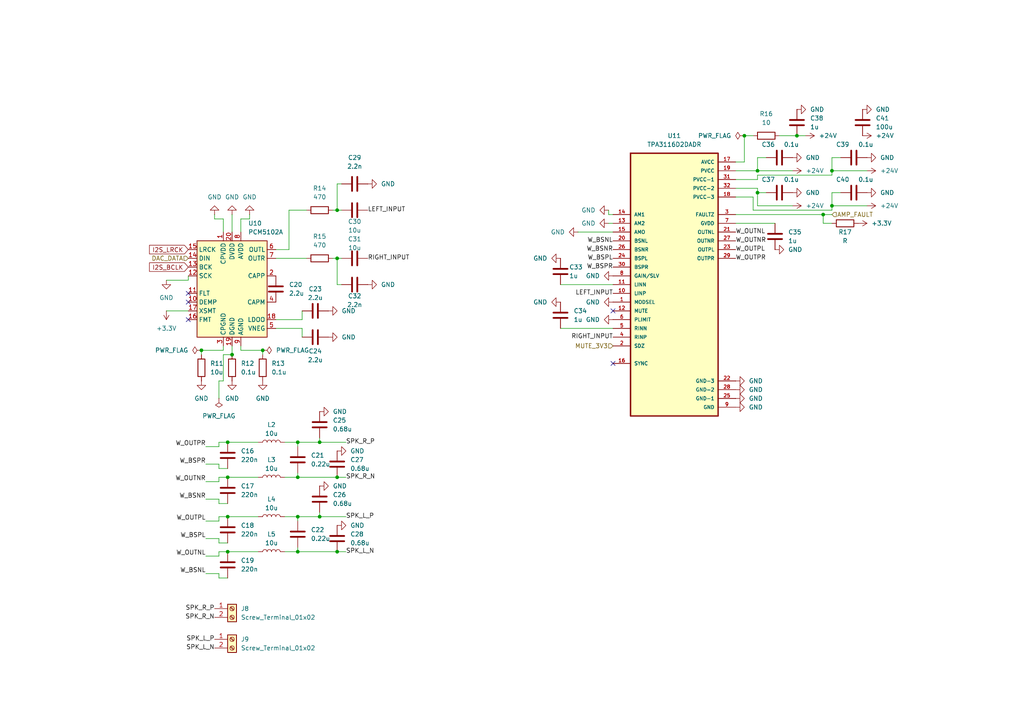
<source format=kicad_sch>
(kicad_sch (version 20250114) (generator "eeschema") (generator_version "9.0")
  (paper "A4")
  (lib_symbols
    (symbol "Audio:PCM5102A"
      (property "Reference" "U" (at -10.16 13.97 0))
      (property "Value" "PCM5102A" (at 3.81 13.97 0))
      (symbol "PCM5102A_1_1"
        (pin input line (at -12.7 10.16 0) (length 2.54) (name "LRCK") (number "15"))
        (pin input line (at -12.7 7.62 0) (length 2.54) (name "DIN") (number "14"))
        (pin input line (at -12.7 5.08 0) (length 2.54) (name "BCK") (number "13"))
        (pin input line (at -12.7 2.54 0) (length 2.54) (name "SCK") (number "12"))
        (pin input line (at -12.7 -2.54 0) (length 2.54) (name "FLT") (number "11"))
        (pin input line (at -12.7 -5.08 0) (length 2.54) (name "DEMP") (number "10"))
        (pin input line (at -12.7 -7.62 0) (length 2.54) (name "XSMT") (number "17"))
        (pin input line (at -12.7 -10.16 0) (length 2.54) (name "FMT") (number "16"))
        (pin passive line (at -2.54 15.24 270) (length 2.54) (name "CPVDD") (number "1"))
        (pin power_in line (at -2.54 -17.78 90) (length 2.54) (name "CPGND") (number "3"))
        (pin power_in line (at 0 15.24 270) (length 2.54) (name "DVDD") (number "20"))
        (pin power_in line (at 0 -17.78 90) (length 2.54) (name "DGND") (number "19"))
        (pin power_in line (at 2.54 15.24 270) (length 2.54) (name "AVDD") (number "8"))
        (pin power_in line (at 2.54 -17.78 90) (length 2.54) (name "AGND") (number "9"))
        (pin output line (at 12.7 10.16 180) (length 2.54) (name "OUTL") (number "6"))
        (pin output line (at 12.7 7.62 180) (length 2.54) (name "OUTR") (number "7"))
        (pin passive line (at 12.7 2.54 180) (length 2.54) (name "CAPP") (number "2"))
        (pin passive line (at 12.7 -5.08 180) (length 2.54) (name "CAPM") (number "4"))
        (pin passive line (at 12.7 -10.16 180) (length 2.54) (name "LDOO") (number "18"))
        (pin passive line (at 12.7 -12.7 180) (length 2.54) (name "VNEG") (number "5"))
      )
    )
    (symbol "Connector:Screw_Terminal_01x02" (pin_names (offset 1.016) (hide yes))
      (property "Reference" "J" (at 0 2.54 0))
      (property "Value" "Screw_Terminal_01x02" (at 0 -5.08 0))
      (symbol "Screw_Terminal_01x02_1_1"
        (pin passive line (at -5.08 0 0) (length 3.81) (name "Pin_1") (number "1"))
        (pin passive line (at -5.08 -2.54 0) (length 3.81) (name "Pin_2") (number "2"))
      )
    )
    (symbol "Device:C" (pin_numbers (hide yes)) (pin_names (offset 0.254))
      (property "Reference" "C" (at 0.635 2.54 0))
      (property "Value" "C" (at 0.635 -2.54 0))
      (symbol "C_1_1"
        (pin passive line (at 0 3.81 270) (length 2.794) (name "~") (number "1"))
        (pin passive line (at 0 -3.81 90) (length 2.794) (name "~") (number "2"))
      )
    )
    (symbol "Device:L" (pin_numbers (hide yes)) (pin_names (offset 1.016) (hide yes))
      (property "Reference" "L" (at -1.27 0 90))
      (property "Value" "L" (at 1.905 0 90))
      (symbol "L_1_1"
        (pin passive line (at 0 3.81 270) (length 1.27) (name "1") (number "1"))
        (pin passive line (at 0 -3.81 90) (length 1.27) (name "2") (number "2"))
      )
    )
    (symbol "Device:R" (pin_numbers (hide yes)) (pin_names (offset 0))
      (property "Reference" "R" (at 2.032 0 90))
      (property "Value" "R" (at 0 0 90))
      (symbol "R_1_1"
        (pin passive line (at 0 3.81 270) (length 1.27) (name "~") (number "1"))
        (pin passive line (at 0 -3.81 90) (length 1.27) (name "~") (number "2"))
      )
    )
    (symbol "TPA3116D2:TPA3116D2DADR" (pin_names (offset 1.016))
      (property "Reference" "U" (at -12.7 39.1 0))
      (property "Value" "TPA3116D2DADR" (at -12.7 -42.1 0))
      (symbol "TPA3116D2DADR_0_0"
        (pin input line (at -17.78 20.32 0) (length 5.08) (name "AM1") (number "14"))
        (pin input line (at -17.78 17.78 0) (length 5.08) (name "AM2") (number "13"))
        (pin input line (at -17.78 15.24 0) (length 5.08) (name "AMO") (number "15"))
        (pin input line (at -17.78 12.7 0) (length 5.08) (name "BSNL") (number "20"))
        (pin input line (at -17.78 10.16 0) (length 5.08) (name "BSNR") (number "26"))
        (pin input line (at -17.78 7.62 0) (length 5.08) (name "BSPL") (number "24"))
        (pin input line (at -17.78 5.08 0) (length 5.08) (name "BSPR") (number "30"))
        (pin input line (at -17.78 2.54 0) (length 5.08) (name "GAIN/SLV") (number "8"))
        (pin input line (at -17.78 0 0) (length 5.08) (name "LINN") (number "11"))
        (pin input line (at -17.78 -2.54 0) (length 5.08) (name "LINP") (number "10"))
        (pin input line (at -17.78 -5.08 0) (length 5.08) (name "MODSEL") (number "1"))
        (pin input line (at -17.78 -7.62 0) (length 5.08) (name "MUTE") (number "12"))
        (pin input line (at -17.78 -10.16 0) (length 5.08) (name "PLIMIT") (number "6"))
        (pin input line (at -17.78 -12.7 0) (length 5.08) (name "RINN") (number "5"))
        (pin input line (at -17.78 -15.24 0) (length 5.08) (name "RINP") (number "4"))
        (pin input line (at -17.78 -17.78 0) (length 5.08) (name "SDZ") (number "2"))
        (pin bidirectional line (at -17.78 -22.86 0) (length 5.08) (name "SYNC") (number "16"))
        (pin power_in line (at 17.78 35.56 180) (length 5.08) (name "AVCC") (number "17"))
        (pin power_in line (at 17.78 33.02 180) (length 5.08) (name "PVCC") (number "19"))
        (pin power_in line (at 17.78 30.48 180) (length 5.08) (name "PVCC-1") (number "31"))
        (pin power_in line (at 17.78 27.94 180) (length 5.08) (name "PVCC-2") (number "32"))
        (pin power_in line (at 17.78 25.4 180) (length 5.08) (name "PVCC-3") (number "18"))
        (pin output line (at 17.78 20.32 180) (length 5.08) (name "FAULTZ") (number "3"))
        (pin output line (at 17.78 17.78 180) (length 5.08) (name "GVDD") (number "7"))
        (pin output line (at 17.78 15.24 180) (length 5.08) (name "OUTNL") (number "21"))
        (pin output line (at 17.78 12.7 180) (length 5.08) (name "OUTNR") (number "27"))
        (pin output line (at 17.78 10.16 180) (length 5.08) (name "OUTPL") (number "23"))
        (pin output line (at 17.78 7.62 180) (length 5.08) (name "OUTPR") (number "29"))
        (pin power_in line (at 17.78 -27.94 180) (length 5.08) (name "GND-3") (number "22"))
        (pin power_in line (at 17.78 -30.48 180) (length 5.08) (name "GND-2") (number "28"))
        (pin power_in line (at 17.78 -33.02 180) (length 5.08) (name "GND-1") (number "25"))
        (pin power_in line (at 17.78 -35.56 180) (length 5.08) (name "GND") (number "9"))
      )
    )
    (symbol "power:+24V" (power) (pin_numbers (hide yes)) (pin_names (offset 0) (hide yes))
      (property "Value" "+24V" (at 0 3.556 0))
      (symbol "+24V_1_1"
        (pin power_in line (at 0 0 90) (length 0) (name "~") (number "1"))
      )
    )
    (symbol "power:+3.3V" (power) (pin_numbers (hide yes)) (pin_names (offset 0) (hide yes))
      (property "Value" "+3.3V" (at 0 3.556 0))
      (symbol "+3.3V_1_1"
        (pin power_in line (at 0 0 90) (length 0) (name "~") (number "1"))
      )
    )
    (symbol "power:GND" (power) (pin_numbers (hide yes)) (pin_names (offset 0) (hide yes))
      (property "Value" "GND" (at 0 -3.81 0))
      (symbol "GND_1_1"
        (pin power_in line (at 0 0 270) (length 0) (name "~") (number "1"))
      )
    )
    (symbol "power:PWR_FLAG" (power) (pin_numbers (hide yes)) (pin_names (offset 0) (hide yes))
      (property "Value" "PWR_FLAG" (at 0 3.81 0))
      (symbol "PWR_FLAG_0_0"
        (pin power_out line (at 0 0 90) (length 0) (name "~") (number "1"))
      )
    )
  )
  (junction (at 219.71 49.53))
  (junction (at 76.2 101.6))
  (junction (at 66.04 160.02))
  (junction (at 66.04 138.43))
  (junction (at 219.71 55.88))
  (junction (at 92.71 149.86))
  (junction (at 97.79 160.02))
  (junction (at 97.79 74.93))
  (junction (at 97.79 138.43))
  (junction (at 238.76 62.23))
  (junction (at 86.36 138.43))
  (junction (at 231.14 39.37))
  (junction (at 97.79 60.96))
  (junction (at 66.04 128.27))
  (junction (at 86.36 149.86))
  (junction (at 241.3 59.69))
  (junction (at 58.42 101.6))
  (junction (at 92.71 128.27))
  (junction (at 215.9 39.37))
  (junction (at 86.36 160.02))
  (junction (at 67.31 102.87))
  (junction (at 86.36 128.27))
  (junction (at 66.04 149.86))
  (junction (at 241.3 49.53))
  (no_connect (at 54.61 85.09))
  (no_connect (at 54.61 87.63))
  (no_connect (at 54.61 92.71))
  (no_connect (at 177.8 90.17))
  (no_connect (at 177.8 105.41))
  (wire (pts (xy 76.2 101.6) (xy 76.2 102.87)))
  (wire (pts (xy 97.79 53.34) (xy 99.06 53.34)))
  (wire (pts (xy 69.85 63.5) (xy 72.39 63.5)))
  (wire (pts (xy 64.77 110.49) (xy 64.77 102.87)))
  (wire (pts (xy 86.36 160.02) (xy 97.79 160.02)))
  (wire (pts (xy 87.63 92.71) (xy 87.63 90.17)))
  (wire (pts (xy 219.71 59.69) (xy 229.87 59.69)))
  (wire (pts (xy 62.23 63.5) (xy 62.23 62.23)))
  (wire (pts (xy 86.36 149.86) (xy 92.71 149.86)))
  (wire (pts (xy 72.39 62.23) (xy 72.39 63.5)))
  (wire (pts (xy 63.5 151.13) (xy 63.5 149.86)))
  (wire (pts (xy 59.69 129.54) (xy 63.5 129.54)))
  (wire (pts (xy 86.36 158.75) (xy 86.36 160.02)))
  (wire (pts (xy 66.04 128.27) (xy 74.93 128.27)))
  (wire (pts (xy 59.69 151.13) (xy 63.5 151.13)))
  (wire (pts (xy 219.71 55.88) (xy 222.25 55.88)))
  (wire (pts (xy 59.69 139.7) (xy 63.5 139.7)))
  (wire (pts (xy 80.01 74.93) (xy 88.9 74.93)))
  (wire (pts (xy 67.31 100.33) (xy 67.31 102.87)))
  (wire (pts (xy 63.5 146.05) (xy 66.04 146.05)))
  (wire (pts (xy 64.77 101.6) (xy 64.77 100.33)))
  (wire (pts (xy 162.56 82.55) (xy 177.8 82.55)))
  (wire (pts (xy 63.5 138.43) (xy 66.04 138.43)))
  (wire (pts (xy 63.5 144.78) (xy 63.5 146.05)))
  (wire (pts (xy 82.55 160.02) (xy 86.36 160.02)))
  (wire (pts (xy 66.04 160.02) (xy 74.93 160.02)))
  (wire (pts (xy 213.36 64.77) (xy 224.79 64.77)))
  (wire (pts (xy 83.82 60.96) (xy 83.82 72.39)))
  (wire (pts (xy 86.36 149.86) (xy 86.36 151.13)))
  (wire (pts (xy 64.77 63.5) (xy 62.23 63.5)))
  (wire (pts (xy 64.77 67.31) (xy 64.77 63.5)))
  (wire (pts (xy 241.3 49.53) (xy 251.46 49.53)))
  (wire (pts (xy 241.3 59.69) (xy 251.46 59.69)))
  (wire (pts (xy 86.36 128.27) (xy 86.36 129.54)))
  (wire (pts (xy 219.71 54.61) (xy 219.71 55.88)))
  (wire (pts (xy 80.01 72.39) (xy 83.82 72.39)))
  (wire (pts (xy 59.69 134.62) (xy 63.5 134.62)))
  (wire (pts (xy 82.55 149.86) (xy 86.36 149.86)))
  (wire (pts (xy 218.44 60.96) (xy 241.3 60.96)))
  (wire (pts (xy 167.64 67.31) (xy 177.8 67.31)))
  (wire (pts (xy 59.69 161.29) (xy 63.5 161.29)))
  (wire (pts (xy 96.52 74.93) (xy 97.79 74.93)))
  (wire (pts (xy 82.55 138.43) (xy 86.36 138.43)))
  (wire (pts (xy 58.42 102.87) (xy 58.42 101.6)))
  (wire (pts (xy 97.79 60.96) (xy 97.79 53.34)))
  (wire (pts (xy 67.31 62.23) (xy 67.31 67.31)))
  (wire (pts (xy 48.26 81.28) (xy 54.61 81.28)))
  (wire (pts (xy 63.5 129.54) (xy 63.5 128.27)))
  (wire (pts (xy 86.36 138.43) (xy 97.79 138.43)))
  (wire (pts (xy 92.71 128.27) (xy 100.33 128.27)))
  (wire (pts (xy 69.85 101.6) (xy 76.2 101.6)))
  (wire (pts (xy 97.79 138.43) (xy 100.33 138.43)))
  (wire (pts (xy 219.71 45.72) (xy 222.25 45.72)))
  (wire (pts (xy 226.06 39.37) (xy 231.14 39.37)))
  (wire (pts (xy 241.3 55.88) (xy 243.84 55.88)))
  (wire (pts (xy 63.5 128.27) (xy 66.04 128.27)))
  (wire (pts (xy 213.36 49.53) (xy 219.71 49.53)))
  (wire (pts (xy 63.5 166.37) (xy 63.5 167.64)))
  (wire (pts (xy 231.14 39.37) (xy 233.68 39.37)))
  (wire (pts (xy 92.71 127) (xy 92.71 128.27)))
  (wire (pts (xy 241.3 45.72) (xy 243.84 45.72)))
  (wire (pts (xy 96.52 60.96) (xy 97.79 60.96)))
  (wire (pts (xy 58.42 101.6) (xy 64.77 101.6)))
  (wire (pts (xy 92.71 149.86) (xy 100.33 149.86)))
  (wire (pts (xy 219.71 49.53) (xy 229.87 49.53)))
  (wire (pts (xy 59.69 144.78) (xy 63.5 144.78)))
  (wire (pts (xy 97.79 74.93) (xy 99.06 74.93)))
  (wire (pts (xy 162.56 95.25) (xy 177.8 95.25)))
  (wire (pts (xy 87.63 95.25) (xy 87.63 97.79)))
  (wire (pts (xy 97.79 160.02) (xy 100.33 160.02)))
  (wire (pts (xy 238.76 62.23) (xy 238.76 64.77)))
  (wire (pts (xy 241.3 50.8) (xy 241.3 49.53)))
  (wire (pts (xy 63.5 149.86) (xy 66.04 149.86)))
  (wire (pts (xy 97.79 74.93) (xy 97.79 82.55)))
  (wire (pts (xy 54.61 80.01) (xy 54.61 81.28)))
  (wire (pts (xy 80.01 92.71) (xy 87.63 92.71)))
  (wire (pts (xy 218.44 57.15) (xy 218.44 60.96)))
  (wire (pts (xy 69.85 67.31) (xy 69.85 63.5)))
  (wire (pts (xy 213.36 57.15) (xy 218.44 57.15)))
  (wire (pts (xy 59.69 166.37) (xy 63.5 166.37)))
  (wire (pts (xy 97.79 82.55) (xy 99.06 82.55)))
  (wire (pts (xy 63.5 161.29) (xy 63.5 160.02)))
  (wire (pts (xy 177.8 62.23) (xy 176.53 62.23)))
  (wire (pts (xy 63.5 110.49) (xy 64.77 110.49)))
  (wire (pts (xy 213.36 54.61) (xy 219.71 54.61)))
  (wire (pts (xy 66.04 138.43) (xy 74.93 138.43)))
  (wire (pts (xy 219.71 45.72) (xy 219.71 49.53)))
  (wire (pts (xy 63.5 160.02) (xy 66.04 160.02)))
  (wire (pts (xy 83.82 60.96) (xy 88.9 60.96)))
  (wire (pts (xy 92.71 148.59) (xy 92.71 149.86)))
  (wire (pts (xy 238.76 64.77) (xy 241.3 64.77)))
  (wire (pts (xy 69.85 100.33) (xy 69.85 101.6)))
  (wire (pts (xy 63.5 157.48) (xy 66.04 157.48)))
  (wire (pts (xy 238.76 62.23) (xy 241.3 62.23)))
  (wire (pts (xy 215.9 39.37) (xy 218.44 39.37)))
  (wire (pts (xy 63.5 156.21) (xy 63.5 157.48)))
  (wire (pts (xy 63.5 139.7) (xy 63.5 138.43)))
  (wire (pts (xy 66.04 149.86) (xy 74.93 149.86)))
  (wire (pts (xy 48.26 90.17) (xy 54.61 90.17)))
  (wire (pts (xy 80.01 95.25) (xy 87.63 95.25)))
  (wire (pts (xy 64.77 102.87) (xy 67.31 102.87)))
  (wire (pts (xy 241.3 45.72) (xy 241.3 49.53)))
  (wire (pts (xy 213.36 62.23) (xy 238.76 62.23)))
  (wire (pts (xy 176.53 64.77) (xy 177.8 64.77)))
  (wire (pts (xy 176.53 62.23) (xy 176.53 60.96)))
  (wire (pts (xy 241.3 60.96) (xy 241.3 59.69)))
  (wire (pts (xy 63.5 135.89) (xy 66.04 135.89)))
  (wire (pts (xy 219.71 55.88) (xy 219.71 59.69)))
  (wire (pts (xy 63.5 134.62) (xy 63.5 135.89)))
  (wire (pts (xy 215.9 46.99) (xy 215.9 39.37)))
  (wire (pts (xy 63.5 167.64) (xy 66.04 167.64)))
  (wire (pts (xy 213.36 52.07) (xy 219.71 52.07)))
  (wire (pts (xy 86.36 128.27) (xy 92.71 128.27)))
  (wire (pts (xy 219.71 50.8) (xy 241.3 50.8)))
  (wire (pts (xy 86.36 138.43) (xy 86.36 137.16)))
  (wire (pts (xy 97.79 60.96) (xy 99.06 60.96)))
  (wire (pts (xy 59.69 156.21) (xy 63.5 156.21)))
  (wire (pts (xy 219.71 52.07) (xy 219.71 50.8)))
  (wire (pts (xy 82.55 128.27) (xy 86.36 128.27)))
  (wire (pts (xy 63.5 115.57) (xy 63.5 110.49)))
  (wire (pts (xy 241.3 55.88) (xy 241.3 59.69)))
  (wire (pts (xy 213.36 46.99) (xy 215.9 46.99)))
  (label "SPK_R_P" (at 100.33 128.27 0))
  (label "W_OUTPL" (at 213.36 72.39 0))
  (label "SPK_L_N" (at 62.23 187.96 180))
  (label "W_OUTNR" (at 59.69 139.7 180))
  (label "W_BSPL" (at 59.69 156.21 180))
  (label "W_OUTNR" (at 213.36 69.85 0))
  (label "W_OUTPR" (at 213.36 74.93 0))
  (label "SPK_L_P" (at 100.33 149.86 0))
  (label "SPK_R_N" (at 62.23 179.07 180))
  (label "SPK_R_P" (at 62.23 176.53 180))
  (label "SPK_R_N" (at 100.33 138.43 0))
  (label "W_OUTNL" (at 213.36 67.31 0))
  (label "W_BSNL" (at 177.8 69.85 180))
  (label "W_BSPL" (at 177.8 74.93 180))
  (label "SPK_L_P" (at 62.23 185.42 180))
  (label "W_OUTNL" (at 59.69 161.29 180))
  (label "W_BSNR" (at 177.8 72.39 180))
  (label "W_BSNR" (at 59.69 144.78 180))
  (label "W_BSNL" (at 59.69 166.37 180))
  (label "W_BSPR" (at 177.8 77.47 180))
  (label "LEFT_INPUT" (at 106.68 60.96 0))
  (label "LEFT_INPUT" (at 177.8 85.09 180))
  (label "SPK_L_N" (at 100.33 160.02 0))
  (label "W_BSPR" (at 59.69 134.62 180))
  (label "W_OUTPL" (at 59.69 151.13 180))
  (label "W_OUTPR" (at 59.69 129.54 180))
  (label "RIGHT_INPUT" (at 106.68 74.93 0))
  (label "RIGHT_INPUT" (at 177.8 97.79 180))
  (global_label "I2S_BCLK" (shape input) (at 54.61 77.47 180) (property "Intersheetrefs" "${INTERSHEET_REFS}" (effects (hide yes))))
  (global_label "I2S_LRCK" (shape input) (at 54.61 72.39 180) (property "Intersheetrefs" "${INTERSHEET_REFS}" (effects (hide yes))))
  (hierarchical_label "AMP_FAULT" (shape input) (at 241.3 62.23 0))
  (hierarchical_label "DAC_DATA" (shape input) (at 54.61 74.93 180))
  (hierarchical_label "MUTE_3V3" (shape input) (at 177.8 100.33 180))
  (symbol (lib_id "power:GND") (at 251.46 55.88 90) (unit 1)
    (property "Reference" "#PWR099" (effects (hide yes)))
    (property "Value" "GND" (at 255.27 55.8799 90) (effects (justify right)))
    (property "Description" "Power symbol creates a global label with name \"GND\" , ground" (effects (hide yes)))
    (instances (project "AEC_Speaker_Mic_System" (path "" (reference "#PWR099") (unit 1)) (path "" (reference "#PWR0141") (unit 1)) (path "" (reference "#PWR0225") (unit 1)) (path "" (reference "#PWR0183") (unit 1))))
  )
  (symbol (lib_id "Device:C") (at 231.14 35.56 0) (unit 1)
    (property "Reference" "C38" (at 234.95 34.2899 0) (effects (justify left)))
    (property "Value" "1u" (at 234.95 36.8299 0) (effects (justify left)))
    (property "Description" "Unpolarized capacitor" (effects (hide yes)))
    (instances (project "AEC_Speaker_Mic_System" (path "" (reference "C38") (unit 1)) (path "" (reference "C64") (unit 1)) (path "" (reference "C116") (unit 1)) (path "" (reference "C90") (unit 1))))
  )
  (symbol (lib_id "power:GND") (at 213.36 115.57 90) (unit 1)
    (property "Reference" "#PWR085" (effects (hide yes)))
    (property "Value" "GND" (at 217.17 115.5699 90) (effects (justify right)))
    (property "Description" "Power symbol creates a global label with name \"GND\" , ground" (effects (hide yes)))
    (instances (project "AEC_Speaker_Mic_System" (path "" (reference "#PWR085") (unit 1)) (path "" (reference "#PWR0127") (unit 1)) (path "" (reference "#PWR0211") (unit 1)) (path "" (reference "#PWR0169") (unit 1))))
  )
  (symbol (lib_id "power:PWR_FLAG") (at 58.42 101.6 90) (unit 1)
    (property "Reference" "#FLG028" (effects (hide yes)))
    (property "Value" "PWR_FLAG" (at 54.61 101.5999 90) (effects (justify left)))
    (property "Description" "Special symbol for telling ERC where power comes from" (effects (hide yes)))
    (instances (project "" (path "" (reference "#FLG028") (unit 1)) (path "" (reference "#FLG029") (unit 1)) (path "" (reference "#FLG031") (unit 1)) (path "" (reference "#FLG030") (unit 1))))
  )
  (symbol (lib_id "power:+24V") (at 251.46 49.53 270) (unit 1)
    (property "Reference" "#PWR098" (effects (hide yes)))
    (property "Value" "+24V" (at 255.27 49.5299 90) (effects (justify left)))
    (property "Description" "Power symbol creates a global label with name \"+24V\"" (effects (hide yes)))
    (instances (project "AEC_Speaker_Mic_System" (path "" (reference "#PWR098") (unit 1)) (path "" (reference "#PWR0140") (unit 1)) (path "" (reference "#PWR0224") (unit 1)) (path "" (reference "#PWR0182") (unit 1))))
  )
  (symbol (lib_id "Device:C") (at 91.44 97.79 270) (unit 1)
    (property "Reference" "C24" (at 91.44 101.854 90))
    (property "Value" "2.2u" (at 91.44 104.394 90))
    (property "Description" "Unpolarized capacitor" (effects (hide yes)))
    (instances (project "AEC_Speaker_Mic_System" (path "" (reference "C24") (unit 1)) (path "" (reference "C50") (unit 1)) (path "" (reference "C102") (unit 1)) (path "" (reference "C76") (unit 1))))
  )
  (symbol (lib_id "Device:R") (at 92.71 60.96 90) (unit 1)
    (property "Reference" "R14" (at 92.71 54.61 90))
    (property "Value" "470" (at 92.71 57.15 90))
    (property "Description" "Resistor" (effects (hide yes)))
    (instances (project "AEC_Speaker_Mic_System" (path "" (reference "R14") (unit 1)) (path "" (reference "R21") (unit 1)) (path "" (reference "R35") (unit 1)) (path "" (reference "R28") (unit 1))))
  )
  (symbol (lib_id "Device:C") (at 102.87 74.93 90) (unit 1)
    (property "Reference" "C31" (at 102.87 69.342 90))
    (property "Value" "10u" (at 102.87 71.882 90))
    (property "Description" "Unpolarized capacitor" (effects (hide yes)))
    (instances (project "AEC_Speaker_Mic_System" (path "" (reference "C31") (unit 1)) (path "" (reference "C57") (unit 1)) (path "" (reference "C109") (unit 1)) (path "" (reference "C83") (unit 1))))
  )
  (symbol (lib_id "Device:C") (at 102.87 60.96 90) (unit 1)
    (property "Reference" "C30" (at 102.87 64.262 90))
    (property "Value" "10u" (at 102.87 66.802 90))
    (property "Description" "Unpolarized capacitor" (effects (hide yes)))
    (instances (project "AEC_Speaker_Mic_System" (path "" (reference "C30") (unit 1)) (path "" (reference "C56") (unit 1)) (path "" (reference "C108") (unit 1)) (path "" (reference "C82") (unit 1))))
  )
  (symbol (lib_id "power:GND") (at 76.2 110.49 0) (unit 1)
    (property "Reference" "#PWR066" (effects (hide yes)))
    (property "Value" "GND" (at 76.2 115.57 0))
    (property "Description" "Power symbol creates a global label with name \"GND\" , ground" (effects (hide yes)))
    (instances (project "AEC_Speaker_Mic_System" (path "" (reference "#PWR066") (unit 1)) (path "" (reference "#PWR0108") (unit 1)) (path "" (reference "#PWR0192") (unit 1)) (path "" (reference "#PWR0150") (unit 1))))
  )
  (symbol (lib_id "Device:R") (at 67.31 106.68 0) (unit 1)
    (property "Reference" "R12" (at 69.85 105.4099 0) (effects (justify left)))
    (property "Value" "0.1u" (at 69.85 107.9499 0) (effects (justify left)))
    (property "Description" "Resistor" (effects (hide yes)))
    (instances (project "AEC_Speaker_Mic_System" (path "" (reference "R12") (unit 1)) (path "" (reference "R19") (unit 1)) (path "" (reference "R33") (unit 1)) (path "" (reference "R26") (unit 1))))
  )
  (symbol (lib_id "power:PWR_FLAG") (at 76.2 101.6 270) (unit 1)
    (property "Reference" "#FLG032" (effects (hide yes)))
    (property "Value" "PWR_FLAG" (at 80.01 101.5999 90) (effects (justify left)))
    (property "Description" "Special symbol for telling ERC where power comes from" (effects (hide yes)))
    (instances (project "" (path "" (reference "#FLG032") (unit 1)) (path "" (reference "#FLG033") (unit 1)) (path "" (reference "#FLG035") (unit 1)) (path "" (reference "#FLG034") (unit 1))))
  )
  (symbol (lib_id "Device:L") (at 78.74 160.02 90) (unit 1)
    (property "Reference" "L5" (at 78.74 154.94 90))
    (property "Value" "10u" (at 78.74 157.48 90))
    (property "Description" "Inductor" (effects (hide yes)))
    (instances (project "AEC_Speaker_Mic_System" (path "" (reference "L5") (unit 1)) (path "" (reference "L9") (unit 1)) (path "" (reference "L17") (unit 1)) (path "" (reference "L13") (unit 1))))
  )
  (symbol (lib_id "power:GND") (at 72.39 62.23 180) (unit 1)
    (property "Reference" "#PWR065" (effects (hide yes)))
    (property "Value" "GND" (at 72.39 57.15 0))
    (property "Description" "Power symbol creates a global label with name \"GND\" , ground" (effects (hide yes)))
    (instances (project "AEC_Speaker_Mic_System" (path "" (reference "#PWR065") (unit 1)) (path "" (reference "#PWR0107") (unit 1)) (path "" (reference "#PWR0191") (unit 1)) (path "" (reference "#PWR0149") (unit 1))))
  )
  (symbol (lib_id "power:+3.3V") (at 248.92 64.77 270) (unit 1)
    (property "Reference" "#PWR094" (effects (hide yes)))
    (property "Value" "+3.3V" (at 252.73 64.7699 90) (effects (justify left)))
    (property "Description" "Power symbol creates a global label with name \"+3.3V\"" (effects (hide yes)))
    (instances (project "AEC_Speaker_Mic_System" (path "" (reference "#PWR094") (unit 1)) (path "" (reference "#PWR0136") (unit 1)) (path "" (reference "#PWR0220") (unit 1)) (path "" (reference "#PWR0178") (unit 1))))
  )
  (symbol (lib_id "Device:C") (at 162.56 78.74 0) (unit 1)
    (property "Reference" "C33" (at 165.1 77.47 0) (effects (justify left)))
    (property "Value" "1u" (at 165.1 80.01 0) (effects (justify left)))
    (property "Description" "Unpolarized capacitor" (effects (hide yes)))
    (instances (project "AEC_Speaker_Mic_System" (path "" (reference "C33") (unit 1)) (path "" (reference "C59") (unit 1)) (path "" (reference "C111") (unit 1)) (path "" (reference "C85") (unit 1))))
  )
  (symbol (lib_id "Device:C") (at 226.06 45.72 270) (unit 1)
    (property "Reference" "C36" (at 224.7899 41.91 90) (effects (justify right)))
    (property "Value" "0.1u" (at 227.3299 41.91 90) (effects (justify left)))
    (property "Description" "Unpolarized capacitor" (effects (hide yes)))
    (instances (project "AEC_Speaker_Mic_System" (path "" (reference "C36") (unit 1)) (path "" (reference "C62") (unit 1)) (path "" (reference "C114") (unit 1)) (path "" (reference "C88") (unit 1))))
  )
  (symbol (lib_id "Device:C") (at 102.87 53.34 90) (unit 1)
    (property "Reference" "C29" (at 102.87 45.72 90))
    (property "Value" "2.2n" (at 102.87 48.26 90))
    (property "Description" "Unpolarized capacitor" (effects (hide yes)))
    (instances (project "AEC_Speaker_Mic_System" (path "" (reference "C29") (unit 1)) (path "" (reference "C55") (unit 1)) (path "" (reference "C107") (unit 1)) (path "" (reference "C81") (unit 1))))
  )
  (symbol (lib_id "power:GND") (at 231.14 31.75 90) (unit 1)
    (property "Reference" "#PWR092" (effects (hide yes)))
    (property "Value" "GND" (at 234.95 31.7499 90) (effects (justify right)))
    (property "Description" "Power symbol creates a global label with name \"GND\" , ground" (effects (hide yes)))
    (instances (project "AEC_Speaker_Mic_System" (path "" (reference "#PWR092") (unit 1)) (path "" (reference "#PWR0134") (unit 1)) (path "" (reference "#PWR0218") (unit 1)) (path "" (reference "#PWR0176") (unit 1))))
  )
  (symbol (lib_id "Device:C") (at 97.79 156.21 0) (unit 1)
    (property "Reference" "C28" (at 101.6 154.9399 0) (effects (justify left)))
    (property "Value" "0.68u" (at 101.6 157.4799 0) (effects (justify left)))
    (property "Description" "Unpolarized capacitor" (effects (hide yes)))
    (instances (project "AEC_Speaker_Mic_System" (path "" (reference "C28") (unit 1)) (path "" (reference "C54") (unit 1)) (path "" (reference "C106") (unit 1)) (path "" (reference "C80") (unit 1))))
  )
  (symbol (lib_id "Device:L") (at 78.74 149.86 90) (unit 1)
    (property "Reference" "L4" (at 78.74 144.78 90))
    (property "Value" "10u" (at 78.74 147.32 90))
    (property "Description" "Inductor" (effects (hide yes)))
    (instances (project "AEC_Speaker_Mic_System" (path "" (reference "L4") (unit 1)) (path "" (reference "L8") (unit 1)) (path "" (reference "L16") (unit 1)) (path "" (reference "L12") (unit 1))))
  )
  (symbol (lib_id "power:GND") (at 97.79 152.4 90) (unit 1)
    (property "Reference" "#PWR072" (effects (hide yes)))
    (property "Value" "GND" (at 101.6 152.3999 90) (effects (justify right)))
    (property "Description" "Power symbol creates a global label with name \"GND\" , ground" (effects (hide yes)))
    (instances (project "AEC_Speaker_Mic_System" (path "" (reference "#PWR072") (unit 1)) (path "" (reference "#PWR0114") (unit 1)) (path "" (reference "#PWR0198") (unit 1)) (path "" (reference "#PWR0156") (unit 1))))
  )
  (symbol (lib_id "power:GND") (at 213.36 113.03 90) (unit 1)
    (property "Reference" "#PWR084" (effects (hide yes)))
    (property "Value" "GND" (at 217.17 113.0299 90) (effects (justify right)))
    (property "Description" "Power symbol creates a global label with name \"GND\" , ground" (effects (hide yes)))
    (instances (project "AEC_Speaker_Mic_System" (path "" (reference "#PWR084") (unit 1)) (path "" (reference "#PWR0126") (unit 1)) (path "" (reference "#PWR0210") (unit 1)) (path "" (reference "#PWR0168") (unit 1))))
  )
  (symbol (lib_id "power:GND") (at 229.87 55.88 90) (unit 1)
    (property "Reference" "#PWR090" (effects (hide yes)))
    (property "Value" "GND" (at 233.68 55.8799 90) (effects (justify right)))
    (property "Description" "Power symbol creates a global label with name \"GND\" , ground" (effects (hide yes)))
    (instances (project "AEC_Speaker_Mic_System" (path "" (reference "#PWR090") (unit 1)) (path "" (reference "#PWR0132") (unit 1)) (path "" (reference "#PWR0216") (unit 1)) (path "" (reference "#PWR0174") (unit 1))))
  )
  (symbol (lib_id "power:GND") (at 177.8 80.01 270) (unit 1)
    (property "Reference" "#PWR080" (effects (hide yes)))
    (property "Value" "GND" (at 173.99 80.0099 90) (effects (justify right)))
    (property "Description" "Power symbol creates a global label with name \"GND\" , ground" (effects (hide yes)))
    (instances (project "AEC_Speaker_Mic_System" (path "" (reference "#PWR080") (unit 1)) (path "" (reference "#PWR0122") (unit 1)) (path "" (reference "#PWR0206") (unit 1)) (path "" (reference "#PWR0164") (unit 1))))
  )
  (symbol (lib_id "power:GND") (at 162.56 74.93 270) (unit 1)
    (property "Reference" "#PWR075" (effects (hide yes)))
    (property "Value" "GND" (at 158.75 74.9299 90) (effects (justify right)))
    (property "Description" "Power symbol creates a global label with name \"GND\" , ground" (effects (hide yes)))
    (instances (project "AEC_Speaker_Mic_System" (path "" (reference "#PWR075") (unit 1)) (path "" (reference "#PWR0117") (unit 1)) (path "" (reference "#PWR0201") (unit 1)) (path "" (reference "#PWR0159") (unit 1))))
  )
  (symbol (lib_id "Audio:PCM5102A") (at 67.31 82.55 0) (unit 1)
    (property "Reference" "U10" (at 71.9933 64.77 0) (effects (justify left)))
    (property "Value" "PCM5102A" (at 71.9933 67.31 0) (effects (justify left)))
    (property "Footprint" "Package_SO:TSSOP-20_4.4x6.5mm_P0.65mm" (effects (hide yes)))
    (property "Datasheet" "https://www.ti.com/lit/ds/symlink/pcm5102a.pdf" (effects (hide yes)))
    (property "Description" "2.1 VRMS, 112dB Audio Stereo DAC with PLL and 32-bit, 384kHz PCM Interface, TSSOP-20" (effects (hide yes)))
    (instances (project "AEC_Speaker_Mic_System" (path "" (reference "U10") (unit 1)) (path "" (reference "U12") (unit 1)) (path "" (reference "U16") (unit 1)) (path "" (reference "U14") (unit 1))))
  )
  (symbol (lib_id "power:GND") (at 48.26 81.28 0) (unit 1)
    (property "Reference" "#PWR059" (effects (hide yes)))
    (property "Value" "GND" (at 48.26 86.36 0))
    (property "Description" "Power symbol creates a global label with name \"GND\" , ground" (effects (hide yes)))
    (instances (project "AEC_Speaker_Mic_System" (path "" (reference "#PWR059") (unit 1)) (path "" (reference "#PWR0101") (unit 1)) (path "" (reference "#PWR0185") (unit 1)) (path "" (reference "#PWR0143") (unit 1))))
  )
  (symbol (lib_id "power:+24V") (at 229.87 59.69 270) (unit 1)
    (property "Reference" "#PWR091" (effects (hide yes)))
    (property "Value" "+24V" (at 233.68 59.6899 90) (effects (justify left)))
    (property "Description" "Power symbol creates a global label with name \"+24V\"" (effects (hide yes)))
    (instances (project "AEC_Speaker_Mic_System" (path "" (reference "#PWR091") (unit 1)) (path "" (reference "#PWR0133") (unit 1)) (path "" (reference "#PWR0217") (unit 1)) (path "" (reference "#PWR0175") (unit 1))))
  )
  (symbol (lib_id "Connector:Screw_Terminal_01x02") (at 67.31 185.42 0) (unit 1)
    (property "Reference" "J9" (at 69.85 185.4199 0) (effects (justify left)))
    (property "Value" "Screw_Terminal_01x02" (at 69.85 187.9599 0) (effects (justify left)))
    (property "Description" "Generic screw terminal, single row, 01x02, script generated (kicad-library-utils/schlib/autogen/connector/)" (effects (hide yes)))
    (instances (project "AEC_Speaker_Mic_System" (path "" (reference "J9") (unit 1)) (path "" (reference "J11") (unit 1)) (path "" (reference "J15") (unit 1)) (path "" (reference "J13") (unit 1))))
  )
  (symbol (lib_id "power:+24V") (at 233.68 39.37 270) (unit 1)
    (property "Reference" "#PWR093" (effects (hide yes)))
    (property "Value" "+24V" (at 237.49 39.3699 90) (effects (justify left)))
    (property "Description" "Power symbol creates a global label with name \"+24V\"" (effects (hide yes)))
    (instances (project "AEC_Speaker_Mic_System" (path "" (reference "#PWR093") (unit 1)) (path "" (reference "#PWR0135") (unit 1)) (path "" (reference "#PWR0219") (unit 1)) (path "" (reference "#PWR0177") (unit 1))))
  )
  (symbol (lib_id "power:GND") (at 213.36 118.11 90) (unit 1)
    (property "Reference" "#PWR086" (effects (hide yes)))
    (property "Value" "GND" (at 217.17 118.1099 90) (effects (justify right)))
    (property "Description" "Power symbol creates a global label with name \"GND\" , ground" (effects (hide yes)))
    (instances (project "AEC_Speaker_Mic_System" (path "" (reference "#PWR086") (unit 1)) (path "" (reference "#PWR0128") (unit 1)) (path "" (reference "#PWR0212") (unit 1)) (path "" (reference "#PWR0170") (unit 1))))
  )
  (symbol (lib_id "Device:L") (at 78.74 138.43 90) (unit 1)
    (property "Reference" "L3" (at 78.74 133.35 90))
    (property "Value" "10u" (at 78.74 135.89 90))
    (property "Description" "Inductor" (effects (hide yes)))
    (instances (project "AEC_Speaker_Mic_System" (path "" (reference "L3") (unit 1)) (path "" (reference "L7") (unit 1)) (path "" (reference "L15") (unit 1)) (path "" (reference "L11") (unit 1))))
  )
  (symbol (lib_id "power:GND") (at 58.42 110.49 0) (unit 1)
    (property "Reference" "#PWR061" (effects (hide yes)))
    (property "Value" "GND" (at 58.42 115.57 0))
    (property "Description" "Power symbol creates a global label with name \"GND\" , ground" (effects (hide yes)))
    (instances (project "AEC_Speaker_Mic_System" (path "" (reference "#PWR061") (unit 1)) (path "" (reference "#PWR0103") (unit 1)) (path "" (reference "#PWR0187") (unit 1)) (path "" (reference "#PWR0145") (unit 1))))
  )
  (symbol (lib_id "power:+24V") (at 250.19 39.37 270) (unit 1)
    (property "Reference" "#PWR096" (effects (hide yes)))
    (property "Value" "+24V" (at 254 39.3699 90) (effects (justify left)))
    (property "Description" "Power symbol creates a global label with name \"+24V\"" (effects (hide yes)))
    (instances (project "AEC_Speaker_Mic_System" (path "" (reference "#PWR096") (unit 1)) (path "" (reference "#PWR0138") (unit 1)) (path "" (reference "#PWR0222") (unit 1)) (path "" (reference "#PWR0180") (unit 1))))
  )
  (symbol (lib_id "Device:C") (at 66.04 163.83 180) (unit 1)
    (property "Reference" "C19" (at 69.85 162.5599 0) (effects (justify right)))
    (property "Value" "220n" (at 69.85 165.0999 0) (effects (justify right)))
    (property "Description" "Unpolarized capacitor" (effects (hide yes)))
    (instances (project "AEC_Speaker_Mic_System" (path "" (reference "C19") (unit 1)) (path "" (reference "C45") (unit 1)) (path "" (reference "C97") (unit 1)) (path "" (reference "C71") (unit 1))))
  )
  (symbol (lib_id "power:GND") (at 95.25 90.17 90) (unit 1)
    (property "Reference" "#PWR069" (effects (hide yes)))
    (property "Value" "GND" (at 99.06 90.1699 90) (effects (justify right)))
    (property "Description" "Power symbol creates a global label with name \"GND\" , ground" (effects (hide yes)))
    (instances (project "AEC_Speaker_Mic_System" (path "" (reference "#PWR069") (unit 1)) (path "" (reference "#PWR0111") (unit 1)) (path "" (reference "#PWR0195") (unit 1)) (path "" (reference "#PWR0153") (unit 1))))
  )
  (symbol (lib_id "Device:C") (at 250.19 35.56 0) (unit 1)
    (property "Reference" "C41" (at 254 34.2899 0) (effects (justify left)))
    (property "Value" "100u" (at 254 36.8299 0) (effects (justify left)))
    (property "Description" "Unpolarized capacitor" (effects (hide yes)))
    (instances (project "AEC_Speaker_Mic_System" (path "" (reference "C41") (unit 1)) (path "" (reference "C67") (unit 1)) (path "" (reference "C119") (unit 1)) (path "" (reference "C93") (unit 1))))
  )
  (symbol (lib_id "Device:R") (at 222.25 39.37 90) (unit 1)
    (property "Reference" "R16" (at 222.25 33.02 90))
    (property "Value" "10" (at 222.25 35.56 90))
    (property "Description" "Resistor" (effects (hide yes)))
    (instances (project "AEC_Speaker_Mic_System" (path "" (reference "R16") (unit 1)) (path "" (reference "R23") (unit 1)) (path "" (reference "R37") (unit 1)) (path "" (reference "R30") (unit 1))))
  )
  (symbol (lib_id "Device:C") (at 66.04 142.24 180) (unit 1)
    (property "Reference" "C17" (at 69.85 140.9699 0) (effects (justify right)))
    (property "Value" "220n" (at 69.85 143.5099 0) (effects (justify right)))
    (property "Description" "Unpolarized capacitor" (effects (hide yes)))
    (instances (project "AEC_Speaker_Mic_System" (path "" (reference "C17") (unit 1)) (path "" (reference "C43") (unit 1)) (path "" (reference "C95") (unit 1)) (path "" (reference "C69") (unit 1))))
  )
  (symbol (lib_id "power:GND") (at 177.8 87.63 270) (unit 1)
    (property "Reference" "#PWR081" (effects (hide yes)))
    (property "Value" "GND" (at 173.99 87.6299 90) (effects (justify right)))
    (property "Description" "Power symbol creates a global label with name \"GND\" , ground" (effects (hide yes)))
    (instances (project "AEC_Speaker_Mic_System" (path "" (reference "#PWR081") (unit 1)) (path "" (reference "#PWR0123") (unit 1)) (path "" (reference "#PWR0207") (unit 1)) (path "" (reference "#PWR0165") (unit 1))))
  )
  (symbol (lib_id "power:+24V") (at 229.87 49.53 270) (unit 1)
    (property "Reference" "#PWR089" (effects (hide yes)))
    (property "Value" "+24V" (at 233.68 49.5299 90) (effects (justify left)))
    (property "Description" "Power symbol creates a global label with name \"+24V\"" (effects (hide yes)))
    (instances (project "AEC_Speaker_Mic_System" (path "" (reference "#PWR089") (unit 1)) (path "" (reference "#PWR0131") (unit 1)) (path "" (reference "#PWR0215") (unit 1)) (path "" (reference "#PWR0173") (unit 1))))
  )
  (symbol (lib_id "power:GND") (at 92.71 119.38 90) (unit 1)
    (property "Reference" "#PWR067" (effects (hide yes)))
    (property "Value" "GND" (at 96.52 119.3799 90) (effects (justify right)))
    (property "Description" "Power symbol creates a global label with name \"GND\" , ground" (effects (hide yes)))
    (instances (project "AEC_Speaker_Mic_System" (path "" (reference "#PWR067") (unit 1)) (path "" (reference "#PWR0109") (unit 1)) (path "" (reference "#PWR0193") (unit 1)) (path "" (reference "#PWR0151") (unit 1))))
  )
  (symbol (lib_id "Device:C") (at 66.04 132.08 180) (unit 1)
    (property "Reference" "C16" (at 69.85 130.8099 0) (effects (justify right)))
    (property "Value" "220n" (at 69.85 133.3499 0) (effects (justify right)))
    (property "Description" "Unpolarized capacitor" (effects (hide yes)))
    (instances (project "AEC_Speaker_Mic_System" (path "" (reference "C16") (unit 1)) (path "" (reference "C42") (unit 1)) (path "" (reference "C94") (unit 1)) (path "" (reference "C68") (unit 1))))
  )
  (symbol (lib_id "power:GND") (at 97.79 130.81 90) (unit 1)
    (property "Reference" "#PWR071" (effects (hide yes)))
    (property "Value" "GND" (at 101.6 130.8099 90) (effects (justify right)))
    (property "Description" "Power symbol creates a global label with name \"GND\" , ground" (effects (hide yes)))
    (instances (project "AEC_Speaker_Mic_System" (path "" (reference "#PWR071") (unit 1)) (path "" (reference "#PWR0113") (unit 1)) (path "" (reference "#PWR0197") (unit 1)) (path "" (reference "#PWR0155") (unit 1))))
  )
  (symbol (lib_id "power:GND") (at 176.53 64.77 270) (unit 1)
    (property "Reference" "#PWR079" (effects (hide yes)))
    (property "Value" "GND" (at 172.72 64.7699 90) (effects (justify right)))
    (property "Description" "Power symbol creates a global label with name \"GND\" , ground" (effects (hide yes)))
    (instances (project "AEC_Speaker_Mic_System" (path "" (reference "#PWR079") (unit 1)) (path "" (reference "#PWR0121") (unit 1)) (path "" (reference "#PWR0205") (unit 1)) (path "" (reference "#PWR0163") (unit 1))))
  )
  (symbol (lib_id "Device:C") (at 247.65 45.72 270) (unit 1)
    (property "Reference" "C39" (at 246.3799 41.91 90) (effects (justify right)))
    (property "Value" "0.1u" (at 248.9199 41.91 90) (effects (justify left)))
    (property "Description" "Unpolarized capacitor" (effects (hide yes)))
    (instances (project "AEC_Speaker_Mic_System" (path "" (reference "C39") (unit 1)) (path "" (reference "C65") (unit 1)) (path "" (reference "C117") (unit 1)) (path "" (reference "C91") (unit 1))))
  )
  (symbol (lib_id "power:GND") (at 162.56 87.63 270) (unit 1)
    (property "Reference" "#PWR076" (effects (hide yes)))
    (property "Value" "GND" (at 158.75 87.6299 90) (effects (justify right)))
    (property "Description" "Power symbol creates a global label with name \"GND\" , ground" (effects (hide yes)))
    (instances (project "AEC_Speaker_Mic_System" (path "" (reference "#PWR076") (unit 1)) (path "" (reference "#PWR0118") (unit 1)) (path "" (reference "#PWR0202") (unit 1)) (path "" (reference "#PWR0160") (unit 1))))
  )
  (symbol (lib_id "power:GND") (at 106.68 53.34 90) (unit 1)
    (property "Reference" "#PWR073" (effects (hide yes)))
    (property "Value" "GND" (at 110.49 53.3399 90) (effects (justify right)))
    (property "Description" "Power symbol creates a global label with name \"GND\" , ground" (effects (hide yes)))
    (instances (project "AEC_Speaker_Mic_System" (path "" (reference "#PWR073") (unit 1)) (path "" (reference "#PWR0115") (unit 1)) (path "" (reference "#PWR0199") (unit 1)) (path "" (reference "#PWR0157") (unit 1))))
  )
  (symbol (lib_id "Device:C") (at 92.71 144.78 0) (unit 1)
    (property "Reference" "C26" (at 96.52 143.5099 0) (effects (justify left)))
    (property "Value" "0.68u" (at 96.52 146.0499 0) (effects (justify left)))
    (property "Description" "Unpolarized capacitor" (effects (hide yes)))
    (instances (project "AEC_Speaker_Mic_System" (path "" (reference "C26") (unit 1)) (path "" (reference "C52") (unit 1)) (path "" (reference "C104") (unit 1)) (path "" (reference "C78") (unit 1))))
  )
  (symbol (lib_id "power:GND") (at 62.23 62.23 180) (unit 1)
    (property "Reference" "#PWR062" (effects (hide yes)))
    (property "Value" "GND" (at 62.23 57.15 0))
    (property "Description" "Power symbol creates a global label with name \"GND\" , ground" (effects (hide yes)))
    (instances (project "AEC_Speaker_Mic_System" (path "" (reference "#PWR062") (unit 1)) (path "" (reference "#PWR0104") (unit 1)) (path "" (reference "#PWR0188") (unit 1)) (path "" (reference "#PWR0146") (unit 1))))
  )
  (symbol (lib_id "Device:C") (at 80.01 83.82 0) (unit 1)
    (property "Reference" "C20" (at 83.82 82.5499 0) (effects (justify left)))
    (property "Value" "2.2u" (at 83.82 85.0899 0) (effects (justify left)))
    (property "Description" "Unpolarized capacitor" (effects (hide yes)))
    (instances (project "AEC_Speaker_Mic_System" (path "" (reference "C20") (unit 1)) (path "" (reference "C46") (unit 1)) (path "" (reference "C98") (unit 1)) (path "" (reference "C72") (unit 1))))
  )
  (symbol (lib_id "power:GND") (at 251.46 45.72 90) (unit 1)
    (property "Reference" "#PWR097" (effects (hide yes)))
    (property "Value" "GND" (at 255.27 45.7199 90) (effects (justify right)))
    (property "Description" "Power symbol creates a global label with name \"GND\" , ground" (effects (hide yes)))
    (instances (project "AEC_Speaker_Mic_System" (path "" (reference "#PWR097") (unit 1)) (path "" (reference "#PWR0139") (unit 1)) (path "" (reference "#PWR0223") (unit 1)) (path "" (reference "#PWR0181") (unit 1))))
  )
  (symbol (lib_id "Device:C") (at 162.56 91.44 0) (unit 1)
    (property "Reference" "C34" (at 166.37 90.1699 0) (effects (justify left)))
    (property "Value" "1u" (at 166.37 92.7099 0) (effects (justify left)))
    (property "Description" "Unpolarized capacitor" (effects (hide yes)))
    (instances (project "AEC_Speaker_Mic_System" (path "" (reference "C34") (unit 1)) (path "" (reference "C60") (unit 1)) (path "" (reference "C112") (unit 1)) (path "" (reference "C86") (unit 1))))
  )
  (symbol (lib_id "Device:C") (at 226.06 55.88 270) (unit 1)
    (property "Reference" "C37" (at 224.7899 52.07 90) (effects (justify right)))
    (property "Value" "0.1u" (at 227.3299 52.07 90) (effects (justify left)))
    (property "Description" "Unpolarized capacitor" (effects (hide yes)))
    (instances (project "AEC_Speaker_Mic_System" (path "" (reference "C37") (unit 1)) (path "" (reference "C63") (unit 1)) (path "" (reference "C115") (unit 1)) (path "" (reference "C89") (unit 1))))
  )
  (symbol (lib_id "power:GND") (at 213.36 110.49 90) (unit 1)
    (property "Reference" "#PWR083" (effects (hide yes)))
    (property "Value" "GND" (at 217.17 110.4899 90) (effects (justify right)))
    (property "Description" "Power symbol creates a global label with name \"GND\" , ground" (effects (hide yes)))
    (instances (project "AEC_Speaker_Mic_System" (path "" (reference "#PWR083") (unit 1)) (path "" (reference "#PWR0125") (unit 1)) (path "" (reference "#PWR0209") (unit 1)) (path "" (reference "#PWR0167") (unit 1))))
  )
  (symbol (lib_id "Device:C") (at 92.71 123.19 0) (unit 1)
    (property "Reference" "C25" (at 96.52 121.9199 0) (effects (justify left)))
    (property "Value" "0.68u" (at 96.52 124.4599 0) (effects (justify left)))
    (property "Description" "Unpolarized capacitor" (effects (hide yes)))
    (instances (project "AEC_Speaker_Mic_System" (path "" (reference "C25") (unit 1)) (path "" (reference "C51") (unit 1)) (path "" (reference "C103") (unit 1)) (path "" (reference "C77") (unit 1))))
  )
  (symbol (lib_id "power:GND") (at 224.79 72.39 90) (unit 1)
    (property "Reference" "#PWR087" (effects (hide yes)))
    (property "Value" "GND" (at 228.6 72.3899 90) (effects (justify right)))
    (property "Description" "Power symbol creates a global label with name \"GND\" , ground" (effects (hide yes)))
    (instances (project "AEC_Speaker_Mic_System" (path "" (reference "#PWR087") (unit 1)) (path "" (reference "#PWR0129") (unit 1)) (path "" (reference "#PWR0213") (unit 1)) (path "" (reference "#PWR0171") (unit 1))))
  )
  (symbol (lib_id "power:PWR_FLAG") (at 63.5 115.57 180) (unit 1)
    (property "Reference" "#FLG036" (effects (hide yes)))
    (property "Value" "PWR_FLAG" (at 63.5 120.65 0))
    (property "Description" "Special symbol for telling ERC where power comes from" (effects (hide yes)))
    (instances (project "" (path "" (reference "#FLG036") (unit 1)) (path "" (reference "#FLG037") (unit 1)) (path "" (reference "#FLG039") (unit 1)) (path "" (reference "#FLG038") (unit 1))))
  )
  (symbol (lib_id "Device:C") (at 91.44 90.17 270) (unit 1)
    (property "Reference" "C23" (at 91.44 83.82 90))
    (property "Value" "2.2u" (at 91.44 86.36 90))
    (property "Description" "Unpolarized capacitor" (effects (hide yes)))
    (instances (project "AEC_Speaker_Mic_System" (path "" (reference "C23") (unit 1)) (path "" (reference "C49") (unit 1)) (path "" (reference "C101") (unit 1)) (path "" (reference "C75") (unit 1))))
  )
  (symbol (lib_id "power:GND") (at 106.68 82.55 90) (unit 1)
    (property "Reference" "#PWR074" (effects (hide yes)))
    (property "Value" "GND" (at 110.49 82.5499 90) (effects (justify right)))
    (property "Description" "Power symbol creates a global label with name \"GND\" , ground" (effects (hide yes)))
    (instances (project "AEC_Speaker_Mic_System" (path "" (reference "#PWR074") (unit 1)) (path "" (reference "#PWR0116") (unit 1)) (path "" (reference "#PWR0200") (unit 1)) (path "" (reference "#PWR0158") (unit 1))))
  )
  (symbol (lib_id "Device:C") (at 247.65 55.88 270) (unit 1)
    (property "Reference" "C40" (at 246.3799 52.07 90) (effects (justify right)))
    (property "Value" "0.1u" (at 248.9199 52.07 90) (effects (justify left)))
    (property "Description" "Unpolarized capacitor" (effects (hide yes)))
    (instances (project "AEC_Speaker_Mic_System" (path "" (reference "C40") (unit 1)) (path "" (reference "C66") (unit 1)) (path "" (reference "C118") (unit 1)) (path "" (reference "C92") (unit 1))))
  )
  (symbol (lib_id "Device:C") (at 86.36 154.94 0) (unit 1)
    (property "Reference" "C22" (at 90.17 153.6699 0) (effects (justify left)))
    (property "Value" "0.22u" (at 90.17 156.2099 0) (effects (justify left)))
    (property "Description" "Unpolarized capacitor" (effects (hide yes)))
    (instances (project "AEC_Speaker_Mic_System" (path "" (reference "C22") (unit 1)) (path "" (reference "C48") (unit 1)) (path "" (reference "C100") (unit 1)) (path "" (reference "C74") (unit 1))))
  )
  (symbol (lib_id "Device:C") (at 97.79 134.62 0) (unit 1)
    (property "Reference" "C27" (at 101.6 133.3499 0) (effects (justify left)))
    (property "Value" "0.68u" (at 101.6 135.8899 0) (effects (justify left)))
    (property "Description" "Unpolarized capacitor" (effects (hide yes)))
    (instances (project "AEC_Speaker_Mic_System" (path "" (reference "C27") (unit 1)) (path "" (reference "C53") (unit 1)) (path "" (reference "C105") (unit 1)) (path "" (reference "C79") (unit 1))))
  )
  (symbol (lib_id "power:GND") (at 229.87 45.72 90) (unit 1)
    (property "Reference" "#PWR088" (effects (hide yes)))
    (property "Value" "GND" (at 233.68 45.7199 90) (effects (justify right)))
    (property "Description" "Power symbol creates a global label with name \"GND\" , ground" (effects (hide yes)))
    (instances (project "AEC_Speaker_Mic_System" (path "" (reference "#PWR088") (unit 1)) (path "" (reference "#PWR0130") (unit 1)) (path "" (reference "#PWR0214") (unit 1)) (path "" (reference "#PWR0172") (unit 1))))
  )
  (symbol (lib_id "power:GND") (at 250.19 31.75 90) (unit 1)
    (property "Reference" "#PWR095" (effects (hide yes)))
    (property "Value" "GND" (at 254 31.7499 90) (effects (justify right)))
    (property "Description" "Power symbol creates a global label with name \"GND\" , ground" (effects (hide yes)))
    (instances (project "AEC_Speaker_Mic_System" (path "" (reference "#PWR095") (unit 1)) (path "" (reference "#PWR0137") (unit 1)) (path "" (reference "#PWR0221") (unit 1)) (path "" (reference "#PWR0179") (unit 1))))
  )
  (symbol (lib_id "Device:C") (at 66.04 153.67 180) (unit 1)
    (property "Reference" "C18" (at 69.85 152.3999 0) (effects (justify right)))
    (property "Value" "220n" (at 69.85 154.9399 0) (effects (justify right)))
    (property "Description" "Unpolarized capacitor" (effects (hide yes)))
    (instances (project "AEC_Speaker_Mic_System" (path "" (reference "C18") (unit 1)) (path "" (reference "C44") (unit 1)) (path "" (reference "C96") (unit 1)) (path "" (reference "C70") (unit 1))))
  )
  (symbol (lib_id "power:GND") (at 176.53 60.96 270) (unit 1)
    (property "Reference" "#PWR078" (effects (hide yes)))
    (property "Value" "GND" (at 172.72 60.9599 90) (effects (justify right)))
    (property "Description" "Power symbol creates a global label with name \"GND\" , ground" (effects (hide yes)))
    (instances (project "AEC_Speaker_Mic_System" (path "" (reference "#PWR078") (unit 1)) (path "" (reference "#PWR0120") (unit 1)) (path "" (reference "#PWR0204") (unit 1)) (path "" (reference "#PWR0162") (unit 1))))
  )
  (symbol (lib_id "Device:C") (at 86.36 133.35 0) (unit 1)
    (property "Reference" "C21" (at 90.17 132.0799 0) (effects (justify left)))
    (property "Value" "0.22u" (at 90.17 134.6199 0) (effects (justify left)))
    (property "Description" "Unpolarized capacitor" (effects (hide yes)))
    (instances (project "AEC_Speaker_Mic_System" (path "" (reference "C21") (unit 1)) (path "" (reference "C47") (unit 1)) (path "" (reference "C99") (unit 1)) (path "" (reference "C73") (unit 1))))
  )
  (symbol (lib_id "power:PWR_FLAG") (at 215.9 39.37 90) (unit 1)
    (property "Reference" "#FLG040" (effects (hide yes)))
    (property "Value" "PWR_FLAG" (at 212.09 39.3699 90) (effects (justify left)))
    (property "Description" "Special symbol for telling ERC where power comes from" (effects (hide yes)))
    (instances (project "" (path "" (reference "#FLG040") (unit 1)) (path "" (reference "#FLG041") (unit 1)) (path "" (reference "#FLG043") (unit 1)) (path "" (reference "#FLG042") (unit 1))))
  )
  (symbol (lib_id "power:GND") (at 95.25 97.79 90) (unit 1)
    (property "Reference" "#PWR070" (effects (hide yes)))
    (property "Value" "GND" (at 99.06 97.7899 90) (effects (justify right)))
    (property "Description" "Power symbol creates a global label with name \"GND\" , ground" (effects (hide yes)))
    (instances (project "AEC_Speaker_Mic_System" (path "" (reference "#PWR070") (unit 1)) (path "" (reference "#PWR0112") (unit 1)) (path "" (reference "#PWR0196") (unit 1)) (path "" (reference "#PWR0154") (unit 1))))
  )
  (symbol (lib_id "power:GND") (at 67.31 62.23 180) (unit 1)
    (property "Reference" "#PWR063" (effects (hide yes)))
    (property "Value" "GND" (at 67.31 57.15 0))
    (property "Description" "Power symbol creates a global label with name \"GND\" , ground" (effects (hide yes)))
    (instances (project "AEC_Speaker_Mic_System" (path "" (reference "#PWR063") (unit 1)) (path "" (reference "#PWR0105") (unit 1)) (path "" (reference "#PWR0189") (unit 1)) (path "" (reference "#PWR0147") (unit 1))))
  )
  (symbol (lib_id "Device:L") (at 78.74 128.27 90) (unit 1)
    (property "Reference" "L2" (at 78.74 123.19 90))
    (property "Value" "10u" (at 78.74 125.73 90))
    (property "Description" "Inductor" (effects (hide yes)))
    (instances (project "AEC_Speaker_Mic_System" (path "" (reference "L2") (unit 1)) (path "" (reference "L6") (unit 1)) (path "" (reference "L14") (unit 1)) (path "" (reference "L10") (unit 1))))
  )
  (symbol (lib_id "power:GND") (at 167.64 67.31 270) (unit 1)
    (property "Reference" "#PWR077" (effects (hide yes)))
    (property "Value" "GND" (at 163.83 67.3099 90) (effects (justify right)))
    (property "Description" "Power symbol creates a global label with name \"GND\" , ground" (effects (hide yes)))
    (instances (project "AEC_Speaker_Mic_System" (path "" (reference "#PWR077") (unit 1)) (path "" (reference "#PWR0119") (unit 1)) (path "" (reference "#PWR0203") (unit 1)) (path "" (reference "#PWR0161") (unit 1))))
  )
  (symbol (lib_id "Device:C") (at 102.87 82.55 90) (unit 1)
    (property "Reference" "C32" (at 102.87 85.852 90))
    (property "Value" "2.2n" (at 102.87 88.392 90))
    (property "Description" "Unpolarized capacitor" (effects (hide yes)))
    (instances (project "AEC_Speaker_Mic_System" (path "" (reference "C32") (unit 1)) (path "" (reference "C58") (unit 1)) (path "" (reference "C110") (unit 1)) (path "" (reference "C84") (unit 1))))
  )
  (symbol (lib_id "Device:R") (at 58.42 106.68 0) (unit 1)
    (property "Reference" "R11" (at 60.96 105.4099 0) (effects (justify left)))
    (property "Value" "10u" (at 60.96 107.9499 0) (effects (justify left)))
    (property "Description" "Resistor" (effects (hide yes)))
    (instances (project "AEC_Speaker_Mic_System" (path "" (reference "R11") (unit 1)) (path "" (reference "R18") (unit 1)) (path "" (reference "R32") (unit 1)) (path "" (reference "R25") (unit 1))))
  )
  (symbol (lib_id "Device:C") (at 224.79 68.58 0) (unit 1)
    (property "Reference" "C35" (at 228.6 67.3099 0) (effects (justify left)))
    (property "Value" "1u" (at 228.6 69.8499 0) (effects (justify left)))
    (property "Description" "Unpolarized capacitor" (effects (hide yes)))
    (instances (project "AEC_Speaker_Mic_System" (path "" (reference "C35") (unit 1)) (path "" (reference "C61") (unit 1)) (path "" (reference "C113") (unit 1)) (path "" (reference "C87") (unit 1))))
  )
  (symbol (lib_id "power:GND") (at 67.31 110.49 0) (unit 1)
    (property "Reference" "#PWR064" (effects (hide yes)))
    (property "Value" "GND" (at 67.31 115.57 0))
    (property "Description" "Power symbol creates a global label with name \"GND\" , ground" (effects (hide yes)))
    (instances (project "AEC_Speaker_Mic_System" (path "" (reference "#PWR064") (unit 1)) (path "" (reference "#PWR0106") (unit 1)) (path "" (reference "#PWR0190") (unit 1)) (path "" (reference "#PWR0148") (unit 1))))
  )
  (symbol (lib_id "power:GND") (at 92.71 140.97 90) (unit 1)
    (property "Reference" "#PWR068" (effects (hide yes)))
    (property "Value" "GND" (at 96.52 140.9699 90) (effects (justify right)))
    (property "Description" "Power symbol creates a global label with name \"GND\" , ground" (effects (hide yes)))
    (instances (project "AEC_Speaker_Mic_System" (path "" (reference "#PWR068") (unit 1)) (path "" (reference "#PWR0110") (unit 1)) (path "" (reference "#PWR0194") (unit 1)) (path "" (reference "#PWR0152") (unit 1))))
  )
  (symbol (lib_id "Connector:Screw_Terminal_01x02") (at 67.31 176.53 0) (unit 1)
    (property "Reference" "J8" (at 69.85 176.5299 0) (effects (justify left)))
    (property "Value" "Screw_Terminal_01x02" (at 69.85 179.0699 0) (effects (justify left)))
    (property "Description" "Generic screw terminal, single row, 01x02, script generated (kicad-library-utils/schlib/autogen/connector/)" (effects (hide yes)))
    (instances (project "" (path "" (reference "J8") (unit 1)) (path "" (reference "J10") (unit 1)) (path "" (reference "J14") (unit 1)) (path "" (reference "J12") (unit 1))))
  )
  (symbol (lib_id "power:+24V") (at 251.46 59.69 270) (unit 1)
    (property "Reference" "#PWR0100" (effects (hide yes)))
    (property "Value" "+24V" (at 255.27 59.6899 90) (effects (justify left)))
    (property "Description" "Power symbol creates a global label with name \"+24V\"" (effects (hide yes)))
    (instances (project "AEC_Speaker_Mic_System" (path "" (reference "#PWR0100") (unit 1)) (path "" (reference "#PWR0142") (unit 1)) (path "" (reference "#PWR0226") (unit 1)) (path "" (reference "#PWR0184") (unit 1))))
  )
  (symbol (lib_id "Device:R") (at 92.71 74.93 90) (unit 1)
    (property "Reference" "R15" (at 92.71 68.58 90))
    (property "Value" "470" (at 92.71 71.12 90))
    (property "Description" "Resistor" (effects (hide yes)))
    (instances (project "AEC_Speaker_Mic_System" (path "" (reference "R15") (unit 1)) (path "" (reference "R22") (unit 1)) (path "" (reference "R36") (unit 1)) (path "" (reference "R29") (unit 1))))
  )
  (symbol (lib_id "power:GND") (at 177.8 92.71 270) (unit 1)
    (property "Reference" "#PWR082" (effects (hide yes)))
    (property "Value" "GND" (at 173.99 92.7099 90) (effects (justify right)))
    (property "Description" "Power symbol creates a global label with name \"GND\" , ground" (effects (hide yes)))
    (instances (project "AEC_Speaker_Mic_System" (path "" (reference "#PWR082") (unit 1)) (path "" (reference "#PWR0124") (unit 1)) (path "" (reference "#PWR0208") (unit 1)) (path "" (reference "#PWR0166") (unit 1))))
  )
  (symbol (lib_id "power:+3.3V") (at 48.26 90.17 180) (unit 1)
    (property "Reference" "#PWR060" (effects (hide yes)))
    (property "Value" "+3.3V" (at 48.26 95.25 0))
    (property "Description" "Power symbol creates a global label with name \"+3.3V\"" (effects (hide yes)))
    (instances (project "AEC_Speaker_Mic_System" (path "" (reference "#PWR060") (unit 1)) (path "" (reference "#PWR0102") (unit 1)) (path "" (reference "#PWR0186") (unit 1)) (path "" (reference "#PWR0144") (unit 1))))
  )
  (symbol (lib_id "TPA3116D2:TPA3116D2DADR") (at 195.58 82.55 0) (unit 1)
    (property "Reference" "U11" (at 195.58 39.37 0))
    (property "Value" "TPA3116D2DADR" (at 195.58 41.91 0))
    (property "Footprint" "TPA3116D2DADR:SOP65P810X115-33N" (effects (hide yes)))
    (property "MF" "Texas Instruments" (effects (hide yes)))
    (property "Description_1" "50-W stereo, 100-W mono, 4.5- to 26-V supply, analog input Class-D audio amplifier w/ SpeakerGuard™" (effects (hide yes)))
    (property "Package" "HTSSOP-32 Texas Instruments" (effects (hide yes)))
    (property "Price" "None" (effects (hide yes)))
    (property "SnapEDA_Link" "https://www.snapeda.com/parts/TPA3116D2DADR/Texas+Instruments/view-part/?ref=snap" (effects (hide yes)))
    (property "MP" "TPA3116D2DADR" (effects (hide yes)))
    (property "Purchase-URL" "https://www.snapeda.com/api/url_track_click_mouser/?unipart_id=335850&manufacturer=Texas Instruments&part_name=TPA3116D2DADR&search_term=None" (effects (hide yes)))
    (property "Availability" "In Stock" (effects (hide yes)))
    (property "Check_prices" "https://www.snapeda.com/parts/TPA3116D2DADR/Texas+Instruments/view-part/?ref=eda" (effects (hide yes)))
    (instances (project "AEC_Speaker_Mic_System" (path "" (reference "U11") (unit 1)) (path "" (reference "U13") (unit 1)) (path "" (reference "U17") (unit 1)) (path "" (reference "U15") (unit 1))))
  )
  (symbol (lib_id "Device:R") (at 76.2 106.68 0) (unit 1)
    (property "Reference" "R13" (at 78.74 105.4099 0) (effects (justify left)))
    (property "Value" "0.1u" (at 78.74 107.9499 0) (effects (justify left)))
    (property "Description" "Resistor" (effects (hide yes)))
    (instances (project "AEC_Speaker_Mic_System" (path "" (reference "R13") (unit 1)) (path "" (reference "R20") (unit 1)) (path "" (reference "R34") (unit 1)) (path "" (reference "R27") (unit 1))))
  )
  (symbol (lib_id "Device:R") (at 245.11 64.77 90) (unit 1)
    (property "Reference" "R17" (at 245.11 67.31 90))
    (property "Value" "R" (at 245.11 69.85 90))
    (property "Description" "Resistor" (effects (hide yes)))
    (instances (project "AEC_Speaker_Mic_System" (path "" (reference "R17") (unit 1)) (path "" (reference "R24") (unit 1)) (path "" (reference "R38") (unit 1)) (path "" (reference "R31") (unit 1))))
  )
)
</source>
